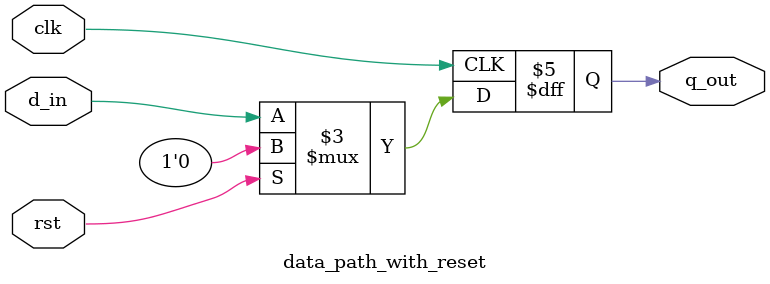
<source format=sv>
module d_ff_sync_reset (
    input  wire clk,      // 系统时钟
    input  wire rst,      // 同步复位信号
    input  wire d,        // 数据输入
    output wire q         // 数据输出
);
    // 内部连接信号
    wire d_buffered;
    
    // 实例化输入缓冲子模块
    input_buffer input_stage (
        .clk(clk),
        .d_in(d),
        .d_out(d_buffered)
    );
    
    // 实例化主数据路径子模块
    data_path_with_reset main_stage (
        .clk(clk),
        .rst(rst),
        .d_in(d_buffered),
        .q_out(q)
    );
    
endmodule

// 输入缓冲子模块 - 提高输入路径的驱动能力
module input_buffer (
    input  wire clk,      // 系统时钟
    input  wire d_in,     // 原始数据输入
    output reg  d_out     // 缓冲后的数据输出
);
    // 输入缓冲逻辑
    always @(posedge clk) begin
        d_out <= d_in;
    end
endmodule

// 主数据路径子模块 - 包含同步复位逻辑
module data_path_with_reset (
    input  wire clk,      // 系统时钟
    input  wire rst,      // 同步复位信号
    input  wire d_in,     // 缓冲后的数据输入
    output reg  q_out     // 最终数据输出
);
    // 主数据路径逻辑与复位处理
    always @(posedge clk) begin
        if (rst)
            q_out <= 1'b0;
        else
            q_out <= d_in;
    end
endmodule
</source>
